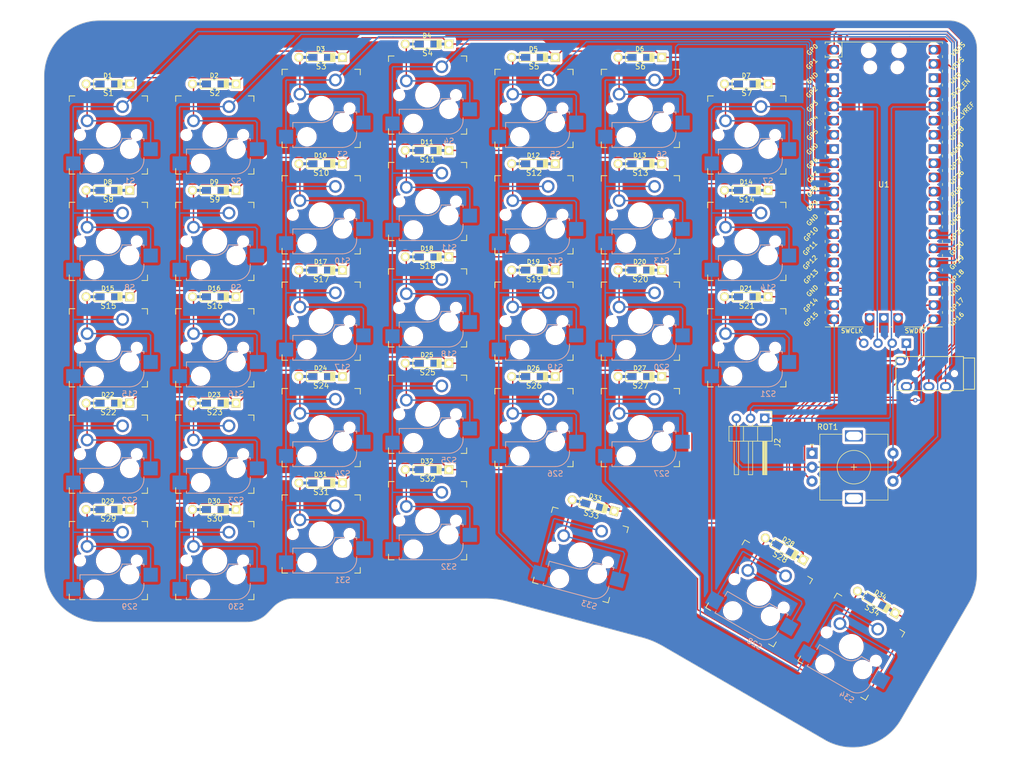
<source format=kicad_pcb>
(kicad_pcb (version 20221018) (generator pcbnew)
  (layers (0 "F.Cu" signal) (31 "B.Cu" signal) (34 "B.Paste" user) (35 "F.Paste" user) (36 "B.SilkS" user "B.Silkscreen") (37 "F.SilkS" user "F.Silkscreen") (38 "B.Mask" user) (39 "F.Mask" user) (44 "Edge.Cuts" user))
  (net 0 "")
  (net 1 "row0")
  (net 2 "Net-(D1-A)")
  (net 3 "Net-(D2-A)")
  (net 4 "Net-(D3-A)")
  (net 5 "Net-(D4-A)")
  (net 6 "Net-(D5-A)")
  (net 7 "Net-(D6-A)")
  (net 8 "row1")
  (net 9 "Net-(D8-A)")
  (net 10 "Net-(D9-A)")
  (net 11 "Net-(D10-A)")
  (net 12 "Net-(D11-A)")
  (net 13 "Net-(D12-A)")
  (net 14 "Net-(D13-A)")
  (net 15 "Net-(D14-A)")
  (net 16 "row2")
  (net 17 "Net-(D15-A)")
  (net 18 "row3")
  (net 19 "Net-(D16-A)")
  (net 20 "Net-(D17-A)")
  (net 21 "Net-(D18-A)")
  (net 22 "Net-(D19-A)")
  (net 23 "Net-(D20-A)")
  (net 24 "Net-(D21-A)")
  (net 25 "Net-(D22-A)")
  (net 26 "Net-(D23-A)")
  (net 27 "Net-(D24-A)")
  (net 28 "Net-(D25-A)")
  (net 29 "Net-(D26-A)")
  (net 30 "Net-(D27-A)")
  (net 31 "Net-(D28-A)")
  (net 32 "row4")
  (net 33 "Net-(D29-A)")
  (net 34 "Net-(D31-A)")
  (net 35 "Net-(D33-A)")
  (net 36 "col0")
  (net 37 "col1")
  (net 38 "col2")
  (net 39 "col3")
  (net 40 "col4")
  (net 41 "col5")
  (net 42 "col6")
  (net 43 "Net-(D30-A)")
  (net 44 "Net-(D32-A)")
  (net 45 "Net-(D34-A)")
  (net 46 "Net-(D7-A)")
  (net 47 "GND")
  (net 48 "VCC")
  (net 49 "SCL")
  (net 50 "SDA")
  (net 51 "TX0")
  (net 52 "RX0")
  (net 55 "VSYS")
  (net 60 "LED1")
  (net 74 "ROT1")
  (net 75 "ROT2")
  (net 76 "B1")
  (footprint "keyswitches:Kailh_socket_MX_optional" (layer "F.Cu") (at 82.15 94.05625)
    (fp_text reference "S24")
    (fp_text value "Keyswitch" hide)
  )
  (footprint "keyswitches:Kailh_socket_MX_optional" (layer "F.Cu") (at 120.25 75.00625)
    (fp_text reference "S19")
    (fp_text value "Keyswitch" hide)
  )
  (footprint "keyswitches:Kailh_socket_MX_optional" (layer "F.Cu") (at 44.05 98.81875)
    (fp_text reference "S22")
    (fp_text value "Keyswitch" hide)
  )
  (footprint "MCU_RaspberryPi_and_Boards:RPi_Pico_SMD_TH" (layer "F.Cu") (at 182.885 50.53375)
    (fp_text reference "U1")
    (fp_text value "Pico")
  )
  (footprint "keyswitches:Kailh_socket_MX_optional" (layer "F.Cu") (at 63.1 79.76875)
    (fp_text reference "S16")
    (fp_text value "Keyswitch" hide)
  )
  (footprint "keyswitches:Kailh_socket_MX_optional" (layer "F.Cu") (at 63.1 98.81875)
    (fp_text reference "S23")
    (fp_text value "Keyswitch" hide)
  )
  (footprint "keyswitches:Kailh_socket_MX_optional" (layer "F.Cu") (at 139.3 36.90625)
    (fp_text reference "S6")
    (fp_text value "Keyswitch" hide)
  )
  (footprint "keyswitches:Kailh_socket_MX_optional" (layer "F.Cu") (at 120.25 94.05625)
    (fp_text reference "S26")
    (fp_text value "Keyswitch" hide)
  )
  (footprint "keyswitches:Kailh_socket_MX_optional" (layer "F.Cu") (at 82.15 36.90625)
    (fp_text reference "S3")
    (fp_text value "Keyswitch" hide)
  )
  (footprint "keyswitches:Kailh_socket_MX_optional" (layer "F.Cu") (at 128.581631 116.851151 -15)
    (fp_text reference "S33")
    (fp_text value "Keyswitch" hide)
  )
  (footprint "keyswitches:Kailh_socket_MX_optional" (layer "F.Cu") (at 158.35 79.76875)
    (fp_text reference "S21")
    (fp_text value "Keyswitch" hide)
  )
  (footprint "keyswitches:Kailh_socket_MX_optional" (layer "F.Cu") (at 63.1 117.86875)
    (fp_text reference "S30")
    (fp_text value "Keyswitch" hide)
  )
  (footprint "keyswitches:Kailh_socket_MX_optional" (layer "F.Cu") (at 44.05 79.76875)
    (fp_text reference "S15")
    (fp_text value "Keyswitch" hide)
  )
  (footprint "keyswitches:Kailh_socket_MX_optional" (layer "F.Cu") (at 120.25 55.95625)
    (fp_text reference "S12")
    (fp_text value "Keyswitch" hide)
  )
  (footprint "keyswitches:Kailh_socket_MX_optional" (layer "F.Cu") (at 139.3 75.00625)
    (fp_text reference "S20")
    (fp_text value "Keyswitch" hide)
  )
  (footprint "keyswitches:Kailh_socket_MX_optional" (layer "F.Cu") (at 101.2 34.525)
    (fp_text reference "S4")
    (fp_text value "Keyswitch" hide)
  )
  (footprint "keyswitches:Kailh_socket_MX_optional" (layer "F.Cu") (at 44.05 60.71875)
    (fp_text reference "S8")
    (fp_text value "Keyswitch" hide)
  )
  (footprint "keyswitches:Kailh_socket_MX_optional" (layer "F.Cu") (at 44.05 41.66875)
    (fp_text reference "S1")
    (fp_text value "Keyswitch" hide)
  )
  (footprint "ScottoKeebs_Components:OLED_128x32" (layer "F.Cu") (at 177.12 80.54875 90)
    (fp_text reference "J1" hide)
    (fp_text value "OLED_128x32")
  )
  (footprint "keyswitches:Kailh_socket_MX_optional" (layer "F.Cu") (at 82.15 55.95625)
    (fp_text reference "S10")
    (fp_text value "Keyswitch" hide)
  )
  (footprint "keyswitches:Kailh_socket_MX_optional" (layer "F.Cu") (at 82.15 75.00625)
    (fp_text reference "S17")
    (fp_text value "Keyswitch" hide)
  )
  (footprint "Connector_PinHeader_2.54mm:PinHeader_1x03_P2.54mm_Horizontal" (layer "F.Cu") (at 161.565 92.39375 -90)
    (fp_text reference "J2")
    (fp_text value "Conn_01x03")
  )
  (footprint "keyswitches:Kailh_socket_MX_optional" (layer "F.Cu") (at 160.560284 123.736392 -30)
    (fp_text reference "S28")
    (fp_text value "Keyswitch" hide)
  )
  (footprint "keyswitches:Kailh_socket_MX_optional" (layer "F.Cu") (at 158.35 60.71875)
    (fp_text reference "S14")
    (fp_text value "Keyswitch" hide)
  )
  (footprint "keyswitches:Kailh_socket_MX_optional" (layer "F.Cu") (at 139.3 55.95625)
    (fp_text reference "S13")
    (fp_text value "Keyswitch" hide)
  )
  (footprint "keyswitches:Kailh_socket_MX_optional" (layer "F.Cu") (at 44.05 117.86875)
    (fp_text reference "S29")
    (fp_text value "Keyswitch" hide)
  )
  (footprint "keyswitches:Kailh_socket_MX_optional" (layer "F.Cu") (at 63.1 41.66875)
    (fp_text reference "S2")
    (fp_text value "Keyswitch" hide)
  )
  (footprint "keyswitches:Kailh_socket_MX_optional" (layer "F.Cu") (at 63.1 60.71875)
    (fp_text reference "S9")
    (fp_text value "Keyswitch" hide)
  )
  (footprint "keyswitches:Kailh_socket_MX_optional" (layer "F.Cu") (at 101.2 91.675)
    (fp_text reference "S25")
    (fp_text value "Keyswitch" hide)
  )
  (footprint "keyswitches:Kailh_socket_MX_optional" (layer "F.Cu") (at 101.2 53.575)
    (fp_text reference "S11")
    (fp_text value "Keyswitch" hide)
  )
  (footprint "keyswitches:Kailh_socket_MX_optional" (layer "F.Cu") (at 139.3 94.05625)
    (fp_text reference "S27")
    (fp_text value "Keyswitch" hide)
  )
  (footprint "keyswitches:Kailh_socket_MX_optional" (layer "F.Cu") (at 158.35 41.66875)
    (fp_text reference "S7")
    (fp_text value "Keyswitch" hide)
  )
  (footprint "keyswitches:Kailh_socket_MX_optional" (layer "F.Cu") (at 101.2 72.625)
    (fp_text reference "S18")
    (fp_text value "Keyswitch" hide)
  )
  (footprint "keyswitches:Kailh_socket_MX_optional" (layer "F.Cu") (at 177.058068 133.261392 -30)
    (fp_text reference "S34")
    (fp_text value "Keyswitch" hide)
  )
  (footprint "Rotary_Encoder:RotaryEncoder_Alps_EC11E-Switch_Vertical_H20mm" (layer "F.Cu") (at 170.025 98.64375)
    (fp_text reference "ROT1")
    (fp_text value "RotaryEncoder_Switch")
  )
  (footprint "keyswitches:Kailh_socket_MX_optional" (layer "F.Cu") (at 101.2 110.725)
    (fp_text reference "S32")
    (fp_text value "Keyswitch" hide)
  )
  (footprint "keyswitches:Kailh_socket_MX_optional" (layer "F.Cu") (at 82.15 113.10625)
    (fp_text reference "S31")
    (fp_text value "Keyswitch" hide)
  )
  (footprint "ScottoKeebs_Components:TRRS_PJ-320A" (layer "F.Cu") (at 197.1375 84.39375 -90)
    (fp_text reference "U3")
    (fp_text value "TRRS")
  )
  (footprint "keyswitches:Kailh_socket_MX_optional" (layer "F.Cu") (at 120.25 36.90625)
    (fp_text reference "S5")
    (fp_text value "Keyswitch" hide)
  )
  (footprint "Keebio-Parts:Diode-dual" (layer "B.Cu") (at 47.86 51.57875 180)
    (fp_text reference "D8")
    (fp_text value "Diode" hide)
  )
  (footprint "Keebio-Parts:Diode-dual" (layer "B.Cu") (at 143.11 84.91625 180)
    (fp_text reference "D27")
    (fp_text value "Diode" hide)
  )
  (footprint "Keebio-Parts:Diode-dual" (layer "B.Cu") (at 85.96 27.76625 180)
    (fp_text reference "D3")
    (fp_text value "Diode" hide)
  )
  (footprint "Keebio-Parts:Diode-dual" (layer "B.Cu") (at 85.96 84.91625 180)
    (fp_text reference "D24")
    (fp_text value "Diode" hide)
  )
  (footprint "Keebio-Parts:Diode-dual" (layer "B.Cu") (at 47.86 108.72875 180)
    (fp_text reference "D29")
    (fp_text value "Diode" hide)
  )
  (footprint "Keebio-Parts:Diode-dual" (layer "B.Cu") (at 162.16 51.57875 180)
    (fp_text reference "D14")
    (fp_text value "Diode" hide)
  )
  (footprint "Keebio-Parts:Diode-dual" (layer "B.Cu") (at 124.06 27.76625 180)
    (fp_text reference "D5")
    (fp_text value "Diode" hide)
  )
  (footprint "Keebio-Parts:Diode-dual" (layer "B.Cu") (at 66.91 89.67875 180)
    (fp_text reference "D23")
    (fp_text value "Diode" hide)
  )
  (footprint "Keebio-Parts:Diode-dual" (layer "B.Cu") (at 134.627414 109.00869 165)
    (fp_text reference "D33")
    (fp_text value "Diode" hide)
  )
  (footprint "Keebio-Parts:Diode-dual" (layer "B.Cu") (at 66.91 32.52875 180)
    (fp_text reference "D2")
    (fp_text value "Diode" hide)
  )
  (footprint "Keebio-Parts:Diode-dual" (layer "B.Cu") (at 47.86 89.67875 180)
    (fp_text reference "D22")
    (fp_text value "Diode" hide)
  )
  (footprint "Keebio-Parts:Diode-dual" (layer "B.Cu") (at 47.86 70.62875 180)
    (fp_text reference "D15")
    (fp_text value "Diode" hide)
  )
  (footprint "Keebio-Parts:Diode-dual" (layer "B.Cu") (at 85.96 103.96625 180)
    (fp_text reference "D31")
    (fp_text value "Diode" hide)
  )
  (footprint "Keebio-Parts:Diode-dual" (layer "B.Cu") (at 184.927624 127.25092 150)
    (fp_text reference "D34")
    (fp_text value "Diode" hide)
  )
  (footprint "Keebio-Parts:Diode-dual" (layer "B.Cu") (at 66.91 108.72875 180)
    (fp_text reference "D30")
    (fp_text value "Diode" hide)
  )
  (footprint "Keebio-Parts:Diode-dual" (layer "B.Cu") (at 162.16 32.52875 180)
    (fp_text reference "D7")
    (fp_text value "Diode" hide)
  )
  (footprint "Keebio-Parts:Diode-dual" (layer "B.Cu") (at 66.91 51.57875 180)
    (fp_text reference "D9")
    (fp_text value "Diode" hide)
  )
  (footprint "Keebio-Parts:Diode-dual" (layer "B.Cu") (at 143.11 46.81625 180)
    (fp_text reference "D13")
    (fp_text value "Diode" hide)
  )
  (footprint "Keebio-Parts:Diode-dual" (layer "B.Cu") (at 105.01 25.385 180)
    (fp_text reference "D4")
    (fp_text value "Diode" hide)
  )
  (footprint "Keebio-Parts:Diode-dual" (layer "B.Cu") (at 143.11 27.76625 180)
    (fp_text reference "D6")
    (fp_text value "Diode" hide)
  )
  (footprint "Keebio-Parts:Diode-dual" (layer "B.Cu") (at 66.91 70.62875 180)
    (fp_text reference "D16")
    (fp_text value "Diode" hide)
  )
  (footprint "Keebio-Parts:Diode-dual" (layer "B.Cu") (at 47.86 32.52875 180)
    (fp_text reference "D1")
    (fp_text value "Diode" hide)
  )
  (footprint "Keebio-Parts:Diode-dual" (layer "B.Cu") (at 162.16 70.62875 180)
    (fp_text reference "D21")
    (fp_text value "Diode" hide)
  )
  (footprint "Keebio-Parts:Diode-dual" (layer "B.Cu") (at 124.06 84.91625 180)
    (fp_text reference "D26")
    (fp_text value "Diode" hide)
  )
  (footprint "Keebio-Parts:Diode-dual" (layer "B.Cu") (at 105.01 44.435 180)
    (fp_text reference "D11")
    (fp_text value "Diode" hide)
  )
  (footprint "Keebio-Parts:Diode-dual" (layer "B.Cu") (at 85.96 65.86625 180)
    (fp_text reference "D17")
    (fp_text value "Diode" hide)
  )
  (footprint "Keebio-Parts:Diode-dual" (layer "B.Cu") (at 85.96 46.81625 180)
    (fp_text reference "D10")
    (fp_text value "Diode" hide)
  )
  (footprint "Keebio-Parts:Diode-dual" (layer "B.Cu") (at 124.06 65.86625 180)
    (fp_text reference "D19")
    (fp_text value "Diode" hide)
  )
  (footprint "Keebio-Parts:Diode-dual" (layer "B.Cu") (at 143.11 65.86625 180)
    (fp_text reference "D20")
    (fp_text value "Diode" hide)
  )
  (footprint "Keebio-Parts:Diode-dual" (layer "B.Cu") (at 124.06 46.81625 180)
    (fp_text reference "D12")
    (fp_text value "Diode" hide)
  )
  (footprint "Keebio-Parts:Diode-dual" (layer "B.Cu") (at 105.01 101.585 180)
    (fp_text reference "D32")
    (fp_text value "Diode" hide)
  )
  (footprint "Keebio-Parts:Diode-dual" (layer "B.Cu") (at 105.01 63.485 180)
    (fp_text reference "D18")
    (fp_text value "Diode" hide)
  )
  (footprint "Keebio-Parts:Diode-dual" (layer "B.Cu") (at 105.01 82.535 180)
    (fp_text reference "D25")
    (fp_text value "Diode" hide)
  )
  (footprint "Keebio-Parts:Diode-dual" (layer "B.Cu") (at 168.42984 117.72592 150)
    (fp_text reference "D28")
    (fp_text value "Diode" hide)
  )
  (gr_arc (start 42.55 128.86875) (mid 35.478932 125.939818) (end 32.55 118.86875) (stroke (width 0.1)) (layer "Edge.Cuts"))
  (gr_line (start 115.456909 125.179529) (end 139.634477 131.655664) (stroke (width 0.1)) (layer "Edge.Cuts"))
  (gr_arc (start 139.634477 131.655664) (mid 141.500001 132.289304) (end 143.266382 133.161986) (stroke (width 0.1)) (layer "Edge.Cuts"))
  (gr_line (start 194.55 21.16875) (end 42.55 21.16875) (stroke (width 0.1)) (layer "Edge.Cuts"))
  (gr_line (start 32.55 118.86875) (end 32.55 31.16875) (stroke (width 0.1)) (layer "Edge.Cuts"))
  (gr_line (start 77.192858 124.66875) (end 111.575868 124.66875) (stroke (width 0.1)) (layer "Edge.Cuts"))
  (gr_arc (start 111.575868 124.66875) (mid 113.533123 124.796988) (end 115.456909 125.179529) (stroke (width 0.1)) (layer "Edge.Cuts"))
  (gr_arc (start 73.572168 126.220474) (mid 75.223261 125.073025) (end 77.192858 124.66875) (stroke (width 0.1)) (layer "Edge.Cuts"))
  (gr_line (start 68.907143 128.86875) (end 42.55 128.86875) (stroke (width 0.1)) (layer "Edge.Cuts"))
  (gr_arc (start 194.55 21.16875) (mid 198.085534 22.633216) (end 199.55 26.16875) (stroke (width 0.1)) (layer "Edge.Cuts"))
  (gr_arc (start 72.527833 127.317026) (mid 70.876739 128.464479) (end 68.907143 128.86875) (stroke (width 0.1)) (layer "Edge.Cuts"))
  (gr_arc (start 185.965611 146.339741) (mid 179.889264 150.978791) (end 172.311362 149.969741) (stroke (width 0.1)) (layer "Edge.Cuts"))
  (gr_arc (start 32.55 31.16875) (mid 35.478932 24.097682) (end 42.55 21.16875) (stroke (width 0.1)) (layer "Edge.Cuts"))
  (gr_line (start 72.527833 127.317026) (end 73.572168 126.220474) (stroke (width 0.1)) (layer "Edge.Cuts"))
  (gr_line (start 198.195618 125.298869) (end 185.965611 146.339741) (stroke (width 0.1)) (layer "Edge.Cuts"))
  (gr_arc (start 199.55 120.273604) (mid 199.205468 122.875893) (end 198.195618 125.298869) (stroke (width 0.1)) (layer "Edge.Cuts"))
  (gr_line (start 143.266382 133.161986) (end 172.311362 149.969741) (stroke (width 0.1)) (layer "Edge.Cuts"))
  (gr_line (start 199.55 120.273604) (end 199.55 26.16875) (stroke (width 0.1)) (layer "Edge.Cuts"))
  (segment (start 171.305 59.42375) (end 173.995 59.42375) (width 0.25) (layer "F.Cu") (net 1))
  (segment (start 105.01 25.385) (end 121.67875 25.385) (width 0.25) (layer "F.Cu") (net 1))
  (segment (start 103.885 24.26) (end 105.01 25.385) (width 0.25) (layer "F.Cu") (net 1))
  (segment (start 124.06 27.76625) (end 125.185 26.64125) (width 0.25) (layer "F.Cu") (net 1))
  (segment (start 47.86 32.52875) (end 48.985 31.40375) (width 0.25) (layer "F.Cu") (net 1))
  (segment (start 170.525 58.64375) (end 171.305 59.42375) (width 0.25) (layer "F.Cu") (net 1))
  (segment (start 121.67875 25.385) (end 124.06 27.76625) (width 0.25) (layer "F.Cu") (net 1))
  (segment (start 157.3975 27.76625) (end 162.16 32.52875) (width 0.25) (layer "F.Cu") (net 1))
  (segment (start 65.785 31.40375) (end 66.91 32.52875) (width 0.25) (layer "F.Cu") (net 1))
  (segment (start 170.525 33.14375) (end 170.525 58.64375) (width 0.25) (layer "F.Cu") (net 1))
  (segment (start 89.46625 24.26) (end 103.885 24.26) (width 0.25) (layer "F.Cu") (net 1))
  (segment (start 125.185 26.64125) (end 141.985 26.64125) (width 0.25) (layer "F.Cu") (net 1))
  (segment (start 143.11 27.76625) (end 157.3975 27.76625) (width 0.25) (layer "F.Cu") (net 1))
  (segment (start 162.16 32.52875) (end 169.91 32.52875) (width 0.25) (layer "F.Cu") (net 1))
  (segment (start 84.835 26.64125) (end 85.96 27.76625) (width 0.25) (layer "F.Cu") (net 1))
  (segment (start 85.96 27.76625) (end 89.46625 24.26) (width 0.25) (layer "F.Cu") (net 1))
  (segment (start 72.7975 26.64125) (end 84.835 26.64125) (width 0.25) (layer "F.Cu") (net 1))
  (segment (start 141.985 26.64125) (end 143.11 27.76625) (width 0.25) (layer "F.Cu") (net 1))
  (segment (start 48.985 31.40375) (end 65.785 31.40375) (width 0.25) (layer "F.Cu") (net 1))
  (segment (start 169.91 32.52875) (end 170.525 33.14375) (width 0.25) (layer "F.Cu") (net 1))
  (segment (start 66.91 32.52875) (end 72.7975 26.64125) (width 0.25) (layer "F.Cu") (net 1))
  (segment (start 40.24 32.52875) (end 40.24 39.12875) (width 0.25) (layer "F.Cu") (net 2))
  (segment (start 51.61 44.20875) (end 51.61 39.44875) (width 0.25) (layer "B.Cu") (net 2))
  (segment (start 51.29 39.12875) (end 40.24 39.12875) (width 0.25) (layer "B.Cu") (net 2))
  (segment (start 51.61 39.44875) (end 51.29 39.12875) (width 0.25) (layer "B.Cu") (net 2))
  (segment (start 59.29 32.52875) (end 59.29 39.12875) (width 0.25) (layer "F.Cu") (net 3))
  (segment (start 70.66 39.44875) (end 70.34 39.12875) (width 0.25) (layer "B.Cu") (net 3))
  (segment (start 70.66 44.20875) (end 70.66 39.44875) (width 0.25) (layer "B.Cu") (net 3))
  (segment (start 70.34 39.12875) (end 59.29 39.12875) (width 0.25) (layer "B.Cu") (net 3))
  (segment (start 78.34 27.76625) (end 78.34 34.36625) (width 0.25) (layer "F.Cu") (net 4))
  (segment (start 89.71 34.68625) (end 89.39 34.36625) (width 0.25) (layer "B.Cu") (net 4))
  (segment (start 89.71 39.44625) (end 89.71 34.68625) (width 0.25) (layer "B.Cu") (net 4))
  (segment (start 89.39 34.36625) (end 78.34 34.36625) (width 0.25) (layer "B.Cu") (net 4))
  (segment (start 97.39 25.385) (end 97.39 31.985) (width 0.25) (layer "F.Cu") (net 5))
  (segment (start 108.76 32.305) (end 108.44 31.985) (width 0.25) (layer "B.Cu") (net 5))
  (segment (start 108.44 31.985) (end 97.39 31.985) (width 0.25) (layer "B.Cu") (net 5))
  (segment (start 108.76 37.065) (end 108.76 32.305) (width 0.25) (layer "B.Cu") (net 5))
  (segment (start 116.44 27.76625) (end 116.44 34.36625) (width 0.25) (layer "F.Cu") (net 6))
  (segment (start 127.81 34.68625) (end 127.49 34.36625) (width 0.25) (layer "B.Cu") (net 6))
  (segment (start 127.81 39.44625) (end 127.81 34.68625) (width 0.25) (layer "B.Cu") (net 6))
  (segment (start 127.49 34.36625) (end 116.44 34.36625) (width 0.25) (layer "B.Cu") (net 6))
  (segment (start 135.49 27.76625) (end 135.49 34.36625) (width 0.25) (layer "F.Cu") (net 7))
  (segment (start 146.86 34.68625) (end 146.54 34.36625) (width 0.25) (layer "B.Cu") (net 7))
  (segment (start 146.54 34.36625) (end 135.49 34.36625) (width 0.25) (layer "B.Cu") (net 7))
  (segment (start 146.86 39.44625) (end 146.86 34.68625) (width 0.25) (layer "B.Cu") (net 7))
  (segment (start 170.075 51.64375) (end 170.075 59.65375) (width 0.25) (layer "F.Cu") (net 8))
  (segment (start 162.16 51.57875) (end 170.01 51.57875) (width 0.25) (layer "F.Cu") (net 8))
  (segment (start 72.7975 45.69125) (end 84.835 45.69125) (width 0.25) (layer "F.Cu") (net 8))
  (segment (start 170.01 51.57875) (end 170.075 51.64375) (width 0.25) (layer "F.Cu") (net 8))
  (segment (start 121.67875 44.435) (end 124.06 46.81625) (width 0.25) (layer "F.Cu") (net 8))
  (segment (start 84.835 45.69125) (end 85.96 46.81625) (width 0.25) (layer "F.Cu") (net 8))
  (segment (start 48.985 50.45375) (end 65.785 50.45375) (width 0.25) (layer "F.Cu") (net 8))
  (segment (start 105.01 44.435) (end 121.67875 44.435) (width 0.25) (layer "F.Cu") (net 8))
  (segment (start 85.96 46.81625) (end 89.46625 43.31) (width 0.25) (layer "F.Cu") (net 8))
  (segment (start 143.11 46.81625) (end 146.6875 50.39375) (width 0.25) (layer "F.Cu") (net 8))
  (segment (start 125.185 45.69125) (end 141.985 45.69125) (width 0.25) (layer "F.Cu") (net 8))
  (segment (start 66.91 51.57875) (end 72.7975 45.69125) (width 0.25) (layer "F.Cu") (net 8))
  (segment (start 103.885 43.31) (end 105.01 44.435) (width 0.25) (layer "F.Cu") (net 8))
  (segment (start 160.975 50.39375) (end 162.16 51.57875) (width 0.25) (layer "F.Cu") (net 8))
  (segment (start 47.86 51.57875) (end 48.985 50.45375) (width 0.25) (layer "F.Cu") (net 8))
  (segment (start 65.785 50.45375) (end 66.91 51.57875) (width 0.25) (layer "F.Cu") (net 8))
  (segment (start 141.985 45.69125) (end 143.11 46.81625) (width 0.25) (layer "F.Cu") (net 8))
  (segment (start 172.385 61.96375) (end 173.995 61.96375) (width 0.25) (layer "F.Cu") (net 8))
  (segment (start 124.06 46.81625) (end 125.185 45.69125) (width 0.25) (layer "F.Cu") (net 8))
  (segment (start 146.6875 50.39375) (end 160.975 50.39375) (width 0.25) (layer "F.Cu") (net 8))
  (segment (start 89.46625 43.31) (end 103.885 43.31) (width 0.25) (layer "F.Cu") (net 8))
  (segment (start 170.075 59.65375) (end 172.385 61.96375) (width 0.25) (layer "F.Cu") (net 8))
  (segment (start 40.24 51.57875) (end 40.24 58.17875) (width 0.25) (layer "F.Cu") (net 9))
  (segment (start 51.61 63.25875) (end 51.61 58.49875) (width 0.25) (layer "B.Cu") (net 9))
  (segment (start 51.29 58.17875) (end 40.24 58.17875) (width 0.25) (layer "B.Cu") (net 9))
  (segment (start 51.61 58.49875) (end 51.29 58.17875) (width 0.25) (layer "B.Cu") (net 9))
  (segment (start 59.29 51.57875) (end 59.29 58.17875) (width 0.25) (layer "F.Cu") (net 10))
  (segment (start 70.34 58.17875) (end 59.29 58.17875) (width 0.25) (layer "B.Cu") (net 10))
  (segment (start 70.66 58.49875) (end 70.34 58.17875) (width 0.25) (layer "B.Cu") (net 10))
  (segment (start 70.66 63.25875) (end 70.66 58.49875) (width 0.25) (layer "B.Cu") (net 10))
  (segment (start 78.34 46.81625) (end 78.34 53.41625) (width 0.25) (layer "F.Cu") (net 11))
  (segment (start 89.71 58.49625) (end 89.71 53.73625) (width 0.25) (layer "B.Cu") (net 11))
  (segment (start 89.71 53.73625) (end 89.39 53.41625) (width 0.25) (layer "B.Cu") (net 11))
  (segment (start 89.39 53.41625) (end 78.34 53.41625) (width 0.25) (layer "B.Cu") (net 11))
  (segment (start 97.39 44.435) (end 97.39 51.035) (width 0.25) (layer "F.Cu") (net 12))
  (segment (start 108.76 51.355) (end 108.44 51.035) (width 0.25) (layer "B.Cu") (net 12))
  (segment (start 108.44 51.035) (end 97.39 51.035) (width 0.25) (layer "B.Cu") (net 12))
  (segment (start 108.76 56.115) (end 108.76 51.355) (width 0.25) (layer "B.Cu") (net 12))
  (segment (start 116.44 46.81625) (end 116.44 53.41625) (width 0.25) (layer "F.Cu") (net 13))
  (segment (start 127.49 53.41625) (end 116.44 53.41625) (width 0.25) (layer "B.Cu") (net 13))
  (segment (start 127.81 53.73625) (end 127.49 53.41625) (width 0.25) (layer "B.Cu") (net 13))
  (segment (start 127.81 58.49625) (end 127.81 53.73625) (width 0.25) (layer "B.Cu") (net 13))
  (segment (start 135.49 46.81625) (end 135.49 53.41625) (width 0.25) (layer "F.Cu") (net 14))
  (segment (start 146.54 53.41625) (end 135.49 53.41625) (width 0.25) (layer "B.Cu") (net 14))
  (segment (start 146.86 53.73625) (end 146.54 53.41625) (width 0.25) (layer "B.Cu") (net 14))
  (segment (start 146.86 58.49625) (end 146.86 53.73625) (width 0.25) (layer "B.Cu") (net 14))
  (segment (start 154.54 51.57875) (end 154.54 58.17875) (width 0.25) (layer "F.Cu") (net 15))
  (segment (start 165.525 58.14375) (end 165.49 58.17875) (width 0.25) (layer "B.Cu") (net 15))
  (segment (start 165.91 63.25875) (end 165.91 58.52875) (width 0.25) (layer "B.Cu") (net 15))
  (segment (start 165.91 58.52875) (end 165.525 58.14375) (width 0.25) (layer "B.Cu") (net 15))
  (segment (start 165.49 58.17875) (end 154.54 58.17875) (width 0.25) (layer "B.Cu") (net 15))
  (segment (start 124.06 65.86625) (end 125.185 64.74125) (width 0.25) (layer "F.Cu") (net 16))
  (segment (start 121.67875 63.485) (end 124.06 65.86625) (width 0.25) (layer "F.Cu") (net 16))
  (segment (start 72.7975 64.74125) (end 84.835 64.74125) (width 0.25) (layer "F.Cu") (net 16))
  (segment (start 85.96 65.86625) (end 89.46625 62.36) (width 0.25) (layer "F.Cu") (net 16))
  (segment (start 89.46625 62.36) (end 103.885 62.36) (width 0.25) (layer "F.Cu") (net 16))
  (segment (start 169.775 67.11375) (end 172.385 64.50375) (width 0.25) (layer "F.Cu") (net 16))
  (segment (start 84.835 64.74125) (end 85.96 65.86625) (width 0.25) (layer "F.Cu") (net 16))
  (segment (start 169.775 70.14375) (end 169.775 67.11375) (width 0.25) (layer "F.Cu") (net 16))
  (segment (start 47.86 70.62875) (end 48.985 69.50375) (width 0.25) (layer "F.Cu") (net 16))
  (segment (start 66.91 70.62875) (end 72.7975 64.74125) (width 0.25) (layer "F.Cu") (net 16))
  (segment (start 141.985 64.74125) (end 143.11 65.86625) (width 0.25) (layer "F.Cu") (net 16))
  (segment (start 160.925 69.39375) (end 162.16 70.62875) (width 0.25) (layer "F.Cu") (net 16))
  (segment (start 169.29 70.62875) (end 169.775 70.14375) (width 0.25) (layer "F.Cu") (net 16))
  (segment (start 143.11 65.86625) (end 146.6375 69.39375) (width 0.25) (layer "F.Cu") (net 16))
  (segment (start 105.01 63.485) (end 121.67875 63.485) (width 0.25) (layer "F.Cu") (net 16))
  (segment (start 125.185 64.74125) (end 141.985 64.74125) (width 0.25) (layer "F.Cu") (net 16))
  (segment (start 65.785 69.50375) (end 66.91 70.62875) (width 0.25) (layer "F.Cu") (net 16))
  (segment (start 162.16 70.62875) (end 169.29 70.62875) (width 0.25) (layer "F.Cu") (net 16))
  (segment (start 172.385 64.50375) (end 173.995 64.50375) (width 0.25) (layer "F.Cu") (net 16))
  (segment (start 48.985 69.50375) (end 65.785 69.50375) (width 0.25) (layer "F.Cu") (net 16))
  (segment (start 146.6375 69.39375) (end 160.925 69.39375) (width 0.25) (layer "F.Cu") (net 16))
  (segment (start 103.885 62.36) (end 105.01 63.485) (width 0.25) (layer "F.Cu") (net 16))
  (segment (start 40.24 70.62875) (end 40.24 77.22875) (width 0.25) (layer "F.Cu") (net 17))
  (segment (start 51.29 77.22875) (end 40.24 77.22875) (width 0.25) (layer "B.Cu") (net 17))
  (segment (start 51.61 77.54875) (end 51.29 77.22875) (width 0.25) (layer "B.Cu") (net 17))
  (segment (start 51.61 82.30875) (end 51.61 77.54875) (width 0.25) (layer "B.Cu") (net 17))
  (segment (start 66.91 89.77875) (end 67.025 89.89375) (width 0.25) (layer "F.Cu") (net 18))
  (segment (start 146.5475 84.91625) (end 148.4 86.76875) (width 0.25) (layer "F.Cu") (net 18))
  (segment (start 170.225 67.300146) (end 170.225 87.94375) (width 0.25) (layer "F.Cu") (net 18))
  (segment (start 66.91 89.67875) (end 66.91 89.77875) (width 0.25) (layer "F.Cu") (net 18))
  (segment (start 173.995 67.04375) (end 170.481396 67.04375) (width 0.25) (layer "F.Cu") (net 18))
  (segment (start 65.785 88.55375) (end 66.91 89.67875) (width 0.25) (layer "F.Cu") (net 18))
  (segment (start 84.835 83.79125) (end 85.96 84.91625) (width 0.25) (layer "F.Cu") (net 18))
  (segment (start 170.481396 67.04375) (end 170.225 67.300146) (width 0.25) (layer "F.Cu") (net 18))
  (segment (start 165.525 92.64375) (end 165.525 112.780146) (width 0.25) (layer "F.Cu") (net 18))
  (segment (start 48.985 88.55375) (end 65.785 88.55375) (width 0.25) (layer "F.Cu") (net 18))
  (segment (start 168.42984 116.54859) (end 168.42984 117.72592) (width 0.25) (layer "F.Cu") (net 18))
  (segment (start 121.67875 82.535) (end 124.06 84.91625) (width 0.25) (layer "F.Cu") (net 18))
  (segment (start 148.525 86.89375) (end 148.4 86.76875) (width 0.25) (layer "F.Cu") (net 18))
  (segment (start 163.025 111.14375) (end 168.42984 116.54859) (width 0.25) (layer "F.Cu") (net 18))
  (segment (start 143.11 84.91625) (end 146.5475 84.91625) (width 0.25) (layer "F.Cu") (net 18))
  (segment (start 165.525 112.780146) (end 168.42984 115.684986) (width 0.25) (layer "F.Cu") (net 18))
  (segment (start 170.225 87.94375) (end 165.525 92.64375) (width 0.25) (layer "F.Cu") (net 18))
  (segment (start 141.985 83.79125) (end 143.11 84.91625) (width 0.25) (layer "F.Cu") (net 18))
  (segment (start 73.1275 83.79125) (end 84.835 83.79125) (width 0.25) (layer "F.Cu") (net 18))
  (segment (start 89.46625 81.41) (end 103.885 81.41) (width 0.25) (layer "F.Cu") (net 18))
  (segment (start 105.01 82.535) (end 121.67875 82.535) (width 0.25) (layer "F.Cu") (net 18))
  (segment (start 103.885 81.41) (end 105.01 82.535) (width 0.25) (layer "F.Cu") (net 18))
  (segment (start 148.525 111.14375) (end 148.525 86.89375) (width 0.25) (layer "F.Cu") (net 18))
  (segment (start 125.185 83.79125) (end 141.985 83.79125) (width 0.25) (layer "F.Cu") (net 18))
  (segment (start 163.025 111.14375) (end 148.525 111.14375) (width 0.25) (layer "F.Cu") (net 18))
  (segment (start 47.86 89.67875) (end 48.985 88.55375) (width 0.25) (layer "F.Cu") (net 18))
  (segment (start 124.06 84.91625) (end 125.185 83.79125) (width 0.25) (layer "F.Cu") (net 18))
  (segment (start 67.025 89.89375) (end 73.1275 83.79125) (width 0.25) (layer "F.Cu") (net 18))
  (segment (start 168.42984 115.684986) (end 168.42984 117.72592) (width 0.25) (layer "F.Cu") (net 18))
  (segment (start 85.96 84.91625) (end 89.46625 81.41) (width 0.25) (layer "F.Cu") (net 18))
  (segment (start 59.29 70.62875) (end 59.29 77.22875) (width 0.25) (layer "F.Cu") (net 19))
  (segment (start 70.34 77.22875) (end 59.29 77.22875) (width 0.25) (layer "B.Cu") (net 19))
  (segment (start 70.66 82.30875) (end 70.66 77.54875) (width 0.25) (layer "B.Cu") (net 19))
  (segment (start 70.66 77.54875) (end 70.34 77.22875) (width 0.25) (layer "B.Cu") (net 19))
  (segment (start 78.34 65.86625) (end 78.34 72.46625) (width 0.25) (layer "F.Cu") (net 20))
  (segment (start 89.71 77.54625) (end 89.71 72.78625) (width 0.25) (layer "B.Cu") (net 20))
  (segment (start 89.71 72.78625) (end 89.39 72.46625) (width 0.25) (layer "B.Cu") (net 20))
  (segment (start 89.39 72.46625) (end 78.34 72.46625) (width 0.25) (layer "B.Cu") (net 20))
  (segment (start 97.39 63.485) (end 97.39 70.085) (width 0.25) (layer "F.Cu") (net 21))
  (segment (start 108.44 70.085) (end 97.39 70.085) (width 0.25) (layer "B.Cu") (net 21))
  (segment (start 108.76 75.165) (end 108.76 70.405) (width 0.25) (layer "B.Cu") (net 21))
  (segment (start 108.76 70.405) (end 108.44 70.085) (width 0.25) (layer "B.Cu") (net 21))
  (segment (start 116.44 65.86625) (end 116.44 72.46625) (width 0.25) (layer "F.Cu") (net 22))
  (segment (start 127.81 72.78625) (end 127.49 72.46625) (width 0.25) (layer "B.Cu") (net 22))
  (segment (start 127.81 77.54625) (end 127.81 72.78625) (width 0.25) (layer "B.Cu") (net 22))
  (segment (start 127.49 72.46625) (end 116.44 72.46625) (width 0.25) (layer "B.Cu") (net 22))
  (segment (start 135.49 65.86625) (end 135.49 72.46625) (width 0.25) (layer "F.Cu") (net 23))
  (segment (start 146.54 72.46625) (end 135.49 72.46625) (width 0.25) (layer "B.Cu") (net 23))
  (segment (start 146.86 77.54625) (end 146.86 72.78625) (width 0.25) (layer "B.Cu") (net 23))
  (segment (start 146.86 72.78625) (end 146.54 72.46625) (width 0.25) (layer "B.Cu") (net 23))
  (segment (start 154.54 70.62875) (end 154.54 77.22875) (width 0.25) (layer "F.Cu") (net 24))
  (segment (start 165.11 77.22875) (end 154.54 77.22875) (width 0.25) (layer "B.Cu") (net 24))
  (segment (start 165.91 82.30875) (end 165.91 78.02875) (width 0.25) (layer "B.Cu") (net 24))
  (segment (start 165.91 78.02875) (end 165.11 77.22875) (width 0.25) (layer "B.Cu") (net 24))
  (segment (start 40.24 89.67875) (end 40.24 96.27875) (width 0.25) (layer "F.Cu") (net 25))
  (segment (start 51.61 101.35875) (end 51.61 96.59875) (width 0.25) (layer "B.Cu") (net 25))
  (segment (start 51.61 96.59875) (end 51.29 96.27875) (width 0.25) (layer "B.Cu") (net 25))
  (segment (start 51.29 96.27875) (end 40.24 96.27875) (width 0.25) (layer "B.Cu") (net 25))
  (segment (start 59.29 89.67875) (end 59.29 96.27875) (width 0.25) (layer "F.Cu") (net 26))
  (segment (start 70.34 96.27875) (end 59.29 96.27875) (width 0.25) (layer "B.Cu") (net 26))
  (segment (start 70.66 101.35875) (end 70.66 96.59875) (width 0.25) (layer "B.Cu") (net 26))
  (segment (start 70.66 96.59875) (end 70.34 96.27875) (width 0.25) (layer "B.Cu") (net 26))
  (segment (start 78.34 84.91625) (end 78.34 91.51625) (width 0.25) (layer "F.Cu") (net 27))
  (segment (start 89.71 91.83625) (end 89.39 91.51625) (width 0.25) (layer "B.Cu") (net 27))
  (segment (start 89.71 96.59625) (end 89.71 91.83625) (width 0.25) (layer "B.Cu") (net 27))
  (segment (start 89.39 91.51625) (end 78.34 91.51625) (width 0.25) (layer "B.Cu") (net 27))
  (segment (start 97.39 82.535) (end 97.39 89.135) (width 0.25) (layer "F.Cu") (net 28))
  (segment (start 108.76 89.455) (end 108.44 89.135) (width 0.25) (layer "B.Cu") (net 28))
  (segment (start 108.44 89.135) (end 97.39 89.135) (width 0.25) (layer "B.Cu") (net 28))
  (segment (start 108.76 94.215) (end 108.76 89.455) (width 0.25) (layer "B.Cu") (net 28))
  (segment (start 116.44 84.91625) (end 116.44 91.51625) (width 0.25) (layer "F.Cu") (net 29))
  (segment (start 127.81 96.59625) (end 127.81 91.83625) (width 0.25) (layer "B.Cu") (net 29))
  (segment (start 127.81 91.83625) (end 127.49 91.51625) (width 0.25) (layer "B.Cu") (net 29))
  (segment (start 127.49 91.51625) (end 116.44 91.51625) (width 0.25) (layer "B.Cu") (net 29))
  (segment (start 135.49 84.91625) (end 135.49 91.51625) (width 0.25) (layer "F.Cu") (net 30))
  (segment (start 146.54 91.51625) (end 135.49 91.51625) (width 0.25) (layer "B.Cu") (net 30))
  (segment (start 146.86 96.59625) (end 146.86 91.83625) (width 0.25) (layer "B.Cu") (net 30))
  (segment (start 146.86 91.83625) (end 146.54 91.51625) (width 0.25) (layer "B.Cu") (net 30))
  (segment (start 161.830727 113.91592) (end 158.530727 119.631687) (width 0.25) (layer "F.Cu") (net 31))
  (segment (start 168.217436 125.593816) (end 168.100308 125.156687) (width 0.25) (layer "B.Cu") (net 31))
  (segment (start 168.100308 125.156687) (end 158.530727 119.631687) (width 0.25) (layer "B.Cu") (net 31))
  (segment (start 165.837436 129.716097) (end 168.217436 125.593816) (width 0.25) (layer "B.Cu") (net 31))
  (segment (start 89.46625 100.46) (end 103.885 100.46) (width 0.25) (layer "F.Cu") (net 32))
  (segment (start 149.525 121.14375) (end 137.38994 109.00869) (width 0.25) (layer "F.Cu") (net 32))
  (segment (start 84.835 102.84125) (end 85.96 103.96625) (width 0.25) (layer "F.Cu") (net 32))
  (segment (start 127.203724 101.585) (end 134.627414 109.00869) (width 0.25) (layer "F.Cu") (net 32))
  (segment (start 170.675 88.130146) (end 170.675 73.83375) (width 0.25) (layer "F.Cu") (net 32))
  (segment (start 85.96 103.96625) (end 89.46625 100.46) (width 0.25) (layer "F.Cu") (net 32))
  (segment (start 72.7975 102.84125) (end 84.835 102.84125) (width 0.25) (layer "F.Cu") (net 32))
  (segment (start 184.927624 127.25092) (end 172.820454 115.14375) (width 0.25) (layer "F.Cu") (net 32))
  (segment (start 165.975 92.830146) (end 170.675 88.130146) (width 0.25) (layer "F.Cu") (net 32))
  (segment (start 66.91 108.72875) (end 72.7975 102.84125) (width 0.25) (layer "F.Cu") (net 32))
  (segment (start 105.01 101.585) (end 127.203724 101.585) (width 0.25) (layer "F.Cu") (net 32))
  (segment (start 65.785 107.60375) (end 66.91 108.72875) (width 0.25) (layer "F.Cu") (net 32))
  (segment (start 103.885 100.46) (end 105.01 101.585) (width 0.25) (layer "F.Cu") (net 32))
  (segment (start 48.985 107.60375) (end 65.785 107.60375) (width 0.25) (layer "F.Cu") (net 32))
  (segment (start 47.86 108.72875) (end 48.985 107.60375) (width 0.25) (layer "F.Cu") (net 32))
  (segment (start 137.38994 109.00869) (end 134.627414 109.00869) (width 0.25) (layer "F.Cu") (net 32))
  (segment (start 187.525 128.64375) (end 179.025 143.64375) (width 0.25) (layer "F.Cu") (net 32))
  (segment (start 184.927624 127.25092) (end 187.525 128.64375) (width 0.25) (layer "F.Cu") (net 32))
  (segment (start 149.525 126.64375) (end 149.525 121.14375) (width 0.25) (layer "F.Cu") (net 32))
  (segment (start 165.975 112.59375) (end 165.975 92.830146) (width 0.25) (layer "F.Cu") (net 32))
  (segment (start 168.525 115.14375) (end 165.975 112.59375) (width 0.25) (layer "F.Cu") (net 32))
  (segment (start 172.820454 115.14375) (end 168.525 115.14375) (width 0.25) (layer "F.Cu") (net 32))
  (segment (start 170.675 73.83375) (end 172.385 72.12375) (width 0.25) (layer "F.Cu") (net 32))
  (segment (start 172.385 72.12375) (end 173.995 72.12375) (width 0.25) (layer "F.Cu") (net 32))
  (segment (start 179.025 143.64375) (end 149.525 126.64375) (width 0.25) (layer "F.Cu") (net 32))
  (segment (start 40.24 108.72875) (end 40.24 115.32875) (width 0.25) (layer "F.Cu") (net 33))
  (segment (start 51.29 115.32875) (end 40.24 115.32875) (width 0.25) (layer "B.Cu") (net 33))
  (segment (start 51.61 115.64875) (end 51.29 115.32875) (width 0.25) (layer "B.Cu") (net 33))
  (segment (start 51.61 120.40875) (end 51.61 115.64875) (width 0.25) (layer "B.Cu") (net 33))
  (segment (start 78.34 103.96625) (end 78.34 110.56625) (width 0.25) (layer "F.Cu") (net 34))
  (segment (start 89.39 110.56625) (end 78.34 110.56625) (width 0.25) (layer "B.Cu") (net 34))
  (segment (start 89.71 110.88625) (end 89.39 110.56625) (width 0.25) (layer "B.Cu") (net 34))
  (segment (start 89.71 115.64625) (end 89.71 110.88625) (width 0.25) (layer "B.Cu") (net 34))
  (segment (start 127.26706 107.036488) (end 125.558854 113.411599) (width 0.25) (layer "F.Cu") (net 35))
  (segment (start 136.458609 116.663468) (end 136.232334 116.271549) (width 0.25) (layer "B.Cu") (net 35))
  (segment (start 136.232334 116.271549) (end 125.558854 113.411599) (width 0.25) (layer "B.Cu") (net 35))
  (segment (start 135.22663 121.261275) (end 136.458609 116.663468) (width 0.25) (layer "B.Cu") (net 35))
  (segment (start 46.59 55.63875) (end 37.88 55.63875) (width 0.25) (layer "B.Cu") (net 36))
  (segment (start 37.88 55.63875) (end 37.74 55.77875) (width 0.25) (layer "B.Cu") (net 36))
  (segment (start 37.74 103.87875) (end 37.76 103.89875) (width 0.25) (layer "B.Cu") (net 36))
  (segment (start 37.76 122.94875) (end 37.7441 122.93285) (width 0.25) (layer "B.Cu") (net 36))
  (segment (start 192.135 64.14375) (end 191.775 64.50375) (width 0.25) (layer "B.Cu") (net 36))
  (segment (start 37.7441 122.93285) (end 37.7441 46.76465) (width 0.25) (layer "B.Cu") (net 36))
  (segment (start 37.88 74.68875) (end 37.74 74.82875) (width 0.25) (layer "B.Cu") (net 36))
  (segment (start 46.59 36.58875) (end 37.88 36.58875) (width 0.25) (layer "B.Cu") (net 36))
  (segment (start 46.59 112.78875) (end 37.88 112.78875) (width 0.25) (layer "B.Cu") (net 36))
  (segment (start 37.74 36.72875) (end 37.74 46.72875) (width 0.25) (layer "B.Cu") (net 36))
  (segment (start 37.74 93.87875) (end 37.74 103.87875) (width 0.25) (layer "B.Cu") (net 36))
  (segment (start 195.925 24.770958) (end 195.925 63.74375) (width 0.25) (layer "B.Cu") (net 36))
  (segment (start 37.7441 46.76465) (end 37.76 46.74875) (width 0.25) (layer "B.Cu") (net 36))
  (segment (start 37.74 55.77875) (end 37.74 65.77875) (width 0.25) (layer "B.Cu") (net 36))
  (segment (start 37.74 46.72875) (end 37.76 46.74875) (width 0.25) (layer "B.Cu") (net 36))
  (segment (start 194.297792 23.14375) (end 195.925 24.770958) (width 0.25) (layer "B.Cu") (net 36))
  (segment (start 37.88 36.58875) (end 37.74 36.72875) (width 0.25) (layer "B.Cu") (net 36))
  (segment (start 46.59 74.68875) (end 37.88 74.68875) (width 0.25) (layer "B.Cu") (net 36))
  (segment (start 37.74 84.82875) (end 37.76 84.84875) (width 0.25) (layer "B.Cu") (net 36))
  (segment (start 37.74 65.77875) (end 37.76 65.79875) (width 0.25) (layer "B.Cu") (net 36))
  (segment (start 37.88 112.78875) (end 37.74 112.92875) (width 0.25) (layer "B.Cu") (net 36))
  (segment (start 46.59 93.73875) (end 37.88 93.73875) (width 0.25) (layer "B.Cu") (net 36))
  (segment (start 37.74 122.92875) (end 37.76 122.94875) (width 0.25) (layer "B.Cu") (net 36))
  (segment (start 60.035 23.14375) (end 194.297792 23.14375) (width 0.25) (layer "B.Cu") (net 36))
  (segment (start 37.74 112.92875) (end 37.74 122.92875) (width 0.25) (layer "B.Cu") (net 36))
  (segment (start 37.88 93.73875) (end 37.74 93.87875) (width 0.25) (layer "B.Cu") (net 36))
  (segment (start 195.925 63.74375) (end 195.525 64.14375) (width 0.25) (layer "B.Cu") (net 36))
  (segment (start 46.59 36.58875) (end 60.035 23.14375) (width 0.25) (layer "B.Cu") (net 36))
  (segment (start 37.74 74.82875) (end 37.74 84.82875) (width 0.25) (layer "B.Cu") (net 36))
  (segment (start 195.525 64.14375) (end 192.135 64.14375) (width 0.25) (layer "B.Cu") (net 36))
  (segment (start 195.475 24.957354) (end 195.475 61.19375) (width 0.25) (layer "B.Cu") (net 37))
  (segment (start 56.79 112.92875) (end 56.79 122.92875) (width 0.25) (layer "B.Cu") (net 37))
  (segment (start 56.79 103.87875) (end 56.81 103.89875) (width 0.25) (layer "B.Cu") (net 37))
  (segment (start 78.585 23.64375) (end 194.161396 23.64375) (width 0.25) (layer "B.Cu") (net 37))
  (segment (start 65.64 55.63875) (end 56.93 55.63875) (width 0.25) (layer "B.Cu") (net 37))
  (segment (start 65.64 36.58875) (end 56.93 36.58875) (width 0.25) (layer "B.Cu") (net 37))
  (segment (start 195.475 61.19375) (end 195.025 61.64375) (width 0.25) (layer "B.Cu") (net 37))
  (segment (start 56.7941 46.76465) (end 56.7941 122.93285) (width 0.25) (layer "B.Cu") (net 37))
  (segment (start 56.79 84.82875) (end 56.81 84.84875) (width 0.25) (layer "B.Cu") (net 37))
  (segment (start 65.64 93.73875) (end 56.93 93.73875) (width 0.25) (layer "B.Cu") (net 37))
  (segment (start 56.79 65.77875) (end 56.81 65.79875) (width 0.25) (layer "B.Cu") (net 37))
  (segment (start 56.79 74.82875) (end 56.79 84.82875) (width 0.25) (layer "B.Cu") (net 37))
  (segment (start 56.93 93.73875) (end 56.79 93.87875) (width 0.25) (layer "B.Cu") (net 37))
  (segment (start 65.64 112.78875) (end 56.93 112.78875) (width 0.25) (layer "B.Cu") (net 37))
  (segment (start 195.025 61.64375) (end 192.095 61.64375) (width 0.25) (layer "B.Cu") (net 37))
  (segment (start 56.79 122.92875) (end 56.81 122.94875) (width 0.25) (layer "B.Cu") (net 37))
  (segment (start 56.79 46.72875) (end 56.81 46.74875) (width 0.25) (layer "B.Cu") (net 37))
  (segment (start 56.81 46.74875) (end 56.7941 46.76465) (width 0.25) (layer "B.Cu") (net 37))
  (segment (start 56.93 36.58875) (end 56.79 36.72875) (width 0.25) (layer "B.Cu") (net 37))
  (segment (start 56.79 55.77875) (end 56.79 65.77875) (width 0.25) (layer "B.Cu") (net 37))
  (segment (start 56.93 55.63875) (end 56.79 55.77875) (width 0.25) (layer "B.Cu") (net 37))
  (segment (start 56.7941 122.93285) (end 56.81 122.94875) (width 0.25) (layer "B.Cu") (net 37))
  (segment (start 65.64 36.58875) (end 78.585 23.64375) (width 0.25) (layer "B.Cu") (net 37))
  (segment (start 56.79 93.87875) (end 56.79 103.87875) (width 0.25) (layer "B.Cu") (net 37))
  (segment (start 56.79 36.72875) (end 56.79 46.72875) (width 0.25) (layer "B.Cu") (net 37))
  (segment (start 194.161396 23.64375) (end 195.475 24.957354) (width 0.25) (layer "B.Cu") (net 37))
  (segment (start 65.64 74.68875) (end 56.93 74.68875) (width 0.25) (layer "B.Cu") (net 37))
  (segment (start 56.93 74.68875) (end 56.79 74.82875) (width 0.25) (layer "B.Cu") (net 37))
  (segment (start 56.93 112.78875) (end 56.79 112.92875) (width 0.25) (layer "B.Cu") (net 37))
  (segment (start 192.095 61.64375) (end 191.775 61.96375) (width 0.25) (layer "B.Cu") (net 37))
  (segment (start 84.69 31.82625) (end 92.4225 24.09375) (width 0.25) (layer "B.Cu") (net 38))
  (segment (start 84.69 69.92625) (end 75.98 69.92625) (width 0.25) (layer "B.Cu") (net 38))
  (segment (start 75.98 108.02625) (end 75.84 108.16625) (width 0.25) (layer "B.Cu") (net 38))
  (segment (start 84.69 31.82625) (end 75.98 31.82625) (width 0.25) (layer "B.Cu") (net 38))
  (segment (start 187.525 24.09375) (end 193.975 24.09375) (width 0.25) (layer "B.Cu") (net 38))
  (segment (start 194.525 59.64375) (end 191.995 59.64375) (width 0.25) (layer "B.Cu") (net 38))
  (segment (start 75.84 70.06625) (end 75.84 80.06625) (width 0.25) (layer "B.Cu") (net 38))
  (segment (start 75.84 99.11625) (end 75.86 99.13625) (width 0.25) (layer "B.Cu") (net 38))
  (segment (start 75.84 80.06625) (end 75.86 80.08625) (width 0.25) (layer "B.Cu") (net 38))
  (segment (start 75.84 108.16625) (end 75.84 118.16625) (width 0.25) (layer "B.Cu") (net 38))
  (segment (start 195.025 25.14375) (end 195.025 59.14375) (width 0.25) (layer "B.Cu") (net 38))
  (segment (start 75.8441 42.00215) (end 75.86 41.98625) (width 0.25) (layer "B.Cu") (net 38))
  (segment (start 75.8441 118.17035) (end 75.8441 42.00215) (width 0.25) (layer "B.Cu") (net 38))
  (segment (start 84.69 88.97625) (end 75.98 88.97625) (width 0.25) (layer "B.Cu") (net 38))
  (segment (start 92.4225 24.09375) (end 95.025 24.09375) (width 0.25) (layer "B.Cu") (net 38))
  (segment (start 193.975 24.09375) (end 195.025 25.14375) (width 0.25) (layer "B.Cu") (net 38))
  (segment (start 84.69 108.02625) (end 75.98 108.02625) (width 0.25) (layer "B.Cu") (net 38))
  (segment (start 75.84 61.01625) (end 75.86 61.03625) (width 0.25) (layer "B.Cu") (net 38))
  (segment (start 194.14125 24.26) (end 195.025 25.14375) (width 0.25) (layer "B.Cu") (net 38))
  (segment (start 191.995 59.64375) (end 191.775 59.42375) (width 0.25) (layer "B.Cu") (net 38))
  (segment (start 75.86 118.18625) (end 75.8441 118.17035) (width 0.25) (layer "B.Cu") (net 38))
  (segment (start 75.98 69.92625) (end 75.84 70.06625) (width 0.25) (layer "B.Cu") (net 38))
  (segment (start 75.98 50.87625) (end 75.84 51.01625) (width 0.25) (layer "B.Cu") (net 38))
  (segment (start 75.84 51.01625) (end 75.84 61.01625) (width 0.25) (layer "B.Cu") (net 38))
  (segment (start 75.98 88.97625) (end 75.84 89.11625) (width 0.25) (layer "B.Cu") (net 38))
  (segment (start 95.025 24.09375) (end 187.525 24.09375) (width 0.25) (layer "B.Cu") (net 38))
  (segment (start 75.98 31.82625) (end 75.84 31.96625) (width 0.25) (layer "B.Cu") (net 38))
  (segment (start 75.84 89.11625) (end 75.84 99.11625) (width 0.25) (layer "B.Cu") (net 38))
  (segment (start 75.84 31.96625) (end 75.84 41.96625) (width 0.25) (layer "B.Cu") (net 38))
  (segment (start 84.69 31.82625) (end 92.25625 24.26) (width 0.25) (layer "B.Cu") (net 38))
  (segment (start 195.025 59.14375) (end 194.525 59.64375) (width 0.25) (layer "B.Cu") (net 38))
  (segment (start 75.84 41.96625) (end 75.86 41.98625) (width 0.25) (layer "B.Cu") (net 38))
  (segment (start 75.84 118.16625) (end 75.86 118.18625) (width 0.25) (layer "B.Cu") (net 38))
  (segment (start 84.69 50.87625) (end 75.98 50.87625) (width 0.25) (layer "B.Cu") (net 38))
  (segment (start 94.89 115.785) (end 94.91 115.805) (width 0.25) (layer "B.Cu") (net 39))
  (segment (start 169.525 24.54375) (end 108.64125 24.54375) (width 0.25) (layer "B.Cu") (net 39))
  (segment (start 94.91 39.605) (end 94.8941 39.6209) (width 0.25) (layer "B.Cu") (net 39))
  (segment (start 94.8941 115.7891) (end 94.91 115.805) (width 0.25) (layer "B.Cu") (net 39))
  (segment (start 95.03 29.445) (end 94.89 29.585) (width 0.25) (layer "B.Cu") (net 39))
  (segment (start 170.525 46.64375) (end 170.025 46.14375) (width 0.25) (layer "B.Cu") (net 39))
  (segment (start 94.8941 39.6209) (end 94.8941 115.7891) (width 0.25) (layer "B.Cu") (net 39))
  (segment (start 173.995 46.72375) (end 173.915 46.64375) (width 0.25) (layer "B.Cu") (net 39))
  (segment (start 94.89 77.685) (end 94.91 77.705) (width 0.25) (layer "B.Cu") (net 39))
  (segment (start 94.89 86.735) (end 94.89 96.735) (width 0.25) (layer "B.Cu") (net 39))
  (segment (start 94.89 96.735) (end 94.91 96.755) (width 0.25) (layer "B.Cu") (net 39))
  (segment (start 94.89 29.585) (end 94.89 39.585) (width 0.25) (layer "B.Cu") (net 39))
  (segment (start 170.025 25.04375) (end 169.525 24.54375) (width 0.25) (layer "B.Cu") (net 39))
  (segment (start 103.74 67.545) (end 95.03 67.545) (width 0.25) (layer "B.Cu") (net 39))
  (segment (start 103.74 86.595) (end 95.03 86.595) (width 0.25) (layer "B.Cu") (net 39))
  (segment (start 103.74 105.645) (end 95.03 105.645) (width 0.25) (layer "B.Cu") (net 39))
  (segment (start 103.74 48.495) (end 95.03 48.495) (width 0.25) (layer "B.Cu") (net 39))
  (segment (start 95.03 67.545) (end 94.89 67.685) (width 0.25) (layer "B.Cu") (net 39))
  (segment (start 95.03 105.645) (end 94.89 105.785) (width 0.25) (layer "B.Cu") (net 39))
  (segment (start 95.03 48.495) (end 94.89 48.635) (width 0.25) (layer "B.Cu") (net 39))
  (segment (start 108.64125 24.54375) (end 103.74 29.445) (width 0.25) (layer "B.Cu") (net 39))
  (segment (start 94.89 105.785) (end 94.89 115.785) (width 0.25) (layer "B.Cu") (net 39))
  (segment (start 95.03 86.595) (end 94.89 86.735) (width 0.25) (layer "B.Cu") (net 39))
  (segment (start 94.89 67.685) (end 94.89 77.685) (width 0.25) (layer "B.Cu") (net 39))
  (segment (start 94.89 58.635) (end 94.91 58.655) (width 0.25) (layer "B.Cu") (net 39))
  (segment (start 173.915 46.64375) (end 170.525 46.64375) (width 0.25) (layer "B.Cu") (net 39))
  (segment (start 170.025 46.14375) (end 170.025 25.04375) (width 0.25) (layer "B.Cu") (net 39))
  (segment (start 94.89 39.585) (end 94.91 39.605) (width 0.25) (layer "B.Cu") (net 39))
  (segment (start 103.74 29.445) (end 95.03 29.445) (width 0.25) (layer "B.Cu") (net 39))
  (segment (start 94.89 48.635) (end 94.89 58.635) (width 0.25) (layer "B.Cu") (net 39))
  (segment (start 114.08 88.97625) (end 113.94 89.11625) (width 0.25) (layer "B.Cu") (net 40))
  (segment (start 169.575 48.69375) (end 170.025 49.14375) (width 0.25) (layer "B.Cu") (net 40))
  (segment (start 122.79 69.92625) (end 114.08 69.92625) (width 0.25) (layer "B.Cu") (net 40))
  (segment (start 113.94 89.11625) (end 113.94 99.11625) (width 0.25) (layer "B.Cu") (net 40))
  (segment (start 113.96 112.898925) (end 121.191157 120.130082) (width 0.25) (layer "B.Cu") (net 40))
  (segment (start 114.08 69.92625) (end 113.94 70.06625) (width 0.25) (layer "B.Cu") (net 40))
  (segment (start 169.575 25.230146) (end 169.575 48.69375) (width 0.25) (layer "B.Cu") (net 40))
  (segment (start 113.9441 42.00215) (end 113.96 41.98625) (width 0.25) (layer "B.Cu") (net 40))
  (segment (start 113.96 99.13625) (end 113.96 112.898925) (width 0.25) (layer "B.Cu") (net 40))
  (segment (start 122.79 88.97625) (end 114.08 88.97625) (width 0.25) (layer "B.Cu") (net 40))
  (segment (start 113.94 99.11625) (end 113.96 99.13625) (width 0.25) (layer "B.Cu") (net 40))
  (segment (start 173.875 49.14375) (end 173.995 49.26375) (width 0.25) (layer "B.Cu") (net 40))
  (segment (start 113.94 70.06625) (end 113.94 80.06625) (width 0.25) (layer "B.Cu") (net 40))
  (segment (start 121.177015 120.105588) (end 121.191157 120.130082) (width 0.25) (layer "B.Cu") (net 40))
  (segment (start 122.79 50.87625) (end 114.08 50.87625) (width 0.25) (layer "B.Cu") (net 40))
  (segment (start 114.08 31.82625) (end 113.94 31.96625) (width 0.25) (layer "B.Cu") (net 40))
  (segment (start 113.94 51.01625) (end 113.94 61.01625) (width 0.25) (layer "B.Cu") (net 40))
  (segment (start 114.08 50.87625) (end 113.94 51.01625) (width 0.25) (layer "B.Cu") (net 40))
  (segment (start 122.79 31.82625) (end 129.6225 24.99375) (width 0.25) (layer "B.Cu") (net 40))
  (segment (start 122.79 31.82625) (end 114.08 31.82625) (width 0.25) (layer "B.Cu") (net 40))
  (segment (start 113.94 61.01625) (end 113.96 61.03625) (width 0.25) (layer "B.Cu") (net 40))
  (segment (start 129.6225 24.99375) (end 169.338604 24.99375) (width 0.25) (layer "B.Cu") (net 40))
  (segment (start 170.025 49.14375) (end 173.875 49.14375) (width 0.25) (layer "B.Cu") (net 40))
  (segment (start 113.9441 99.12035) (end 113.9441 42.00215) (width 0.25) (layer "B.Cu") (net 40))
  (segment (start 113.94 80.06625) (end 113.96 80.08625) (width 0.25) (layer "B.Cu") (net 40))
  (segment (start 123.765205 110.446329) (end 121.177015 120.105588) (width 0.25) (layer "B.Cu") (net 40))
  (segment (start 113.94 31.96625) (end 113.94 41.96625) (width 0.25) (layer "B.Cu") (net 40))
  (segment (start 123.936669 110.347334) (end 123.765205 110.446329) (width 0.25) (layer "B.Cu") (net 40))
  (segment (start 113.96 99.13625) (end 113.9441 99.12035) (width 0.25) (layer "B.Cu") (net 40))
  (segment (start 169.338604 24.99375) (end 169.575 25.230146) (width 0.25) (layer "B.Cu") (net 40))
  (segment (start 113.94 41.96625) (end 113.96 41.98625) (width 0.25) (layer "B.Cu") (net 40))
  (segment (start 132.349883 112.601648) (end 123.936669 110.347334) (width 0.25) (layer "B.Cu") (net 40))
  (segment (start 169.125 25.54375) (end 169.125 50.74375) (width 0.25) (layer "B.Cu") (net 41))
  (segment (start 146.05 25.44375) (end 169.025 25.44375) (width 0.25) (layer "B.Cu") (net 41))
  (segment (start 132.99 89.11625) (end 132.99 99.11625) (width 0.25) (layer "B.Cu") (net 41))
  (segment (start 150.025 127.64375) (end 167.525 137.64375) (width 0.25) (layer "B.Cu") (net 41))
  (segment (start 132.99 99.11625) (end 133.01 99.13625) (width 0.25) (layer "B.Cu") (net 41))
  (segment (start 170.025 51.64375) (end 173.835 51.64375) (width 0.25) (layer "B.Cu") (net 41))
  (segment (start 132.99 41.96625) (end 133.01 41.98625) (width 0.25) (layer "B.Cu") (net 41))
  (segment (start 174.063448 125.828227) (end 169.063448 134.488481) (width 0.25) (layer "B.Cu") (net 41))
  (segment (start 133.13 69.92625) (end 132.99 70.06625) (width 0.25) (layer "B.Cu") (net 41))
  (segment (start 133.13 88.97625) (end 132.99 89.11625) (width 0.25) (layer "B.Cu") (net 41))
  (segment (start 145.6 25.89375) (end 146.05 25.44375) (width 0.25) (layer "B.Cu") (net 41))
  (segment (start 132.9941 99.12035) (end 133.01 99.13625) (width 0.25) (layer "B.Cu") (net 41))
  (segment (start 132.99 61.01625) (end 133.01 61.03625) (width 0.25) (layer "B.Cu") (net 41))
  (segment (start 144.9425 31.82625) (end 145.6 31.16875) (width 0.25) (layer "B.Cu") (net 41))
  (segment (start 133.01 103.62875) (end 150.025 120.64375) (width 0.25) (layer "B.Cu") (net 41))
  (segment (start 174.254691 125.776983) (end 174.063448 125.828227) (width 0.25) (layer "B.Cu") (net 41))
  (segment (start 132.99 80.06625) (end 133.01 80.08625) (width 0.25) (layer "B.Cu") (net 41))
  (segment (start 133.01 41.98625) (end 132.9941 42.00215) (width 0.25) (layer "B.Cu") (net 41))
  (segment (start 141.84 69.92625) (end 133.13 69.92625) (width 0.25) (layer "B.Cu") (net 41))
  (segment (start 150.025 120.64375) (end 150.025 127.64375) (width 0.25) (layer "B.Cu") (net 41))
  (segment (start 167.525 137.64375) (end 169.070768 134.515801) (width 0.25) (layer "B.Cu") (net 41))
  (segment (start 169.125 50.74375) (end 170.025 51.64375) (width 0.25) (layer "B.Cu") (net 41))
  (segment (start 141.84 31.82625) (end 133.13 31.82625) (width 0.25) (layer "B.Cu") (net 41))
  (segment (start 141.84 50.87625) (end 133.13 50.87625) (width 0.25) (layer "B.Cu") (net 41))
  (segment (start 169.025 25.44375) (end 169.125 25.54375) (width 0.25) (layer "B.Cu") (net 41))
  (segment (start 181.797773 130.131983) (end 174.254691 125.776983) (width 0.25) (layer "B.Cu") (net 41))
  (segment (start 133.13 31.82625) (end 132.99 31.96625) (width 0.25) (layer "B.Cu") (net 41))
  (segment (start 169.063448 134.488481) (end 169.070768 134.515801) (width 0.25) (layer "B.Cu") (net 41))
  (segment (start 141.84 88.97625) (end 133.13 88.97625) (width 0.25) (layer "B.Cu") (net 41))
  (segment (start 132.99 51.01625) (end 132.99 61.01625) (width 0.25) (layer "B.Cu") (net 41))
  (segment (start 141.84 31.82625) (end 144.9425 31.82625) (width 0.25) (layer "B.Cu") (net 41))
  (segment (start 133.13 50.87625) (end 132.99 51.01625) (width 0.25) (layer "B.Cu") (net 41))
  (segment (start 132.99 31.96625) (end 132.99 41.96625) (width 0.25) (layer "B.Cu") (net 41))
  (segment (start 173.835 51.64375) (end 173.995 51.80375) (width 0.25) (layer "B.Cu") (net 41))
  (segment (start 145.6 31.16875) (end 145.6 25.89375) (width 0.25) (layer "B.Cu") (net 41))
  (segment (start 132.9941 42.00215) (end 132.9941 99.12035) (width 0.25) (layer "B.Cu") (net 41))
  (segment (start 132.99 70.06625) (end 132.99 80.06625) (width 0.25) (layer "B.Cu") (net 41))
  (segment (start 133.01 99.13625) (end 133.01 103.62875) (width 0.25) (layer "B.Cu") (net 41))
  (segment (start 152.0491 55.63875) (end 152.0441 55.64375) (width 0.25) (layer "B.Cu") (net 42))
  (segment (start 165.299989 120.606983) (end 157.756907 116.251983) (width 0.25) (layer "B.Cu") (net 42))
  (segment (start 152.58 36.58875) (end 160.89 36.58875) (width 0.25) (layer "B.Cu") (net 42))
  (segment (start 152.06 46.74875) (end 152.0441 46.73285) (width 0.25) (layer "B.Cu") (net 42))
  (segment (start 152.06 124.477817) (end 152.572984 124.990801) (width 0.25) (layer "B.Cu") (net 42))
  (segment (start 152.06 84.84875) (end 152.0441 84.83285) (width 0.25) (layer "B.Cu") (net 42))
  (segment (start 160.89 74.68875) (end 152.0891 74.68875) (width 0.25) (layer "B.Cu") (net 42))
  (segment (start 152.0441 46.76465) (end 152.06 46.74875) (width 0.25) (layer "B.Cu") (net 42))
  (segment (start 152.0441 46.73285) (end 152.0441 37.12465) (width 0.25) (layer "B.Cu") (net 42))
  (segment (start 168.675 37.14375) (end 168.675 53.29375) (width 0.25) (layer "B.Cu") (net 42))
  (segment (start 157.565664 116.303227) (end 152.565664 124.963481) (width 0.25) (layer "B.Cu") (net 42))
  (segment (start 157.756907 116.251983) (end 157.565664 116.303227) (width 0.25) (layer "B.Cu") (net 42))
  (segment (start 160.89 55.63875) (end 152.0491 55.63875) (width 0.25) (layer "B.Cu") (net 42))
  (segment (start 173.795 54.14375) (end 173.995 54.34375) (width 0.25) (layer "B.Cu") (net 42))
  (segment (start 152.565664 124.963481) (end 152.572984 124.990801) (width 0.25) (layer "B.Cu") (net 42))
  (segment (start 168.12 36.58875) (end 168.675 37.14375) (width 0.25) (layer "B.Cu") (net 42))
  (segment (start 152.0441 37.12465) (end 152.58 36.58875) (width 0.25) (layer "B.Cu") (net 42))
  (segment (start 152.0441 84.83285) (end 152.0441 74.64375) (width 0.25) (layer "B.Cu") (net 42))
  (segment (start 168.675 53.29375) (end 169.525 54.14375) (width 0.25) (layer "B.Cu") (net 42))
  (segment (start 152.06 84.84875) (end 152.06 124.477817) (width 0.25) (layer "B.Cu") (net 42))
  (segment (start 160.89 36.58875) (end 168.12 36.58875) (width 0.25) (layer "B.Cu") (net 42))
  (segment (start 152.0441 55.64375) (end 152.0441 46.76465) (width 0.25) (layer "B.Cu") (net 42))
  (segment (start 152.0891 74.68875) (end 152.0441 74.64375) (width 0.25) (layer "B.Cu") (net 42))
  (segment (start 169.525 54.14375) (end 173.795 54.14375) (width 0.25) (layer "B.Cu") (net 42))
  (segment (start 152.0441 74.64375) (end 152.0441 55.64375) (width 0.25) (layer "B.Cu") (net 42))
  (segment (start 59.29 108.72875) (end 59.29 115.32875) (width 0.25) (layer "F.Cu") (net 43))
  (segment (start 70.66 120.40875) (end 70.66 115.64875) (width 0.25) (layer "B.Cu") (net 43))
  (segment (start 70.34 115.32875) (end 59.29 115.32875) (width 0.25) (layer "B.Cu") (net 43))
  (segment (start 70.66 115.64875) (end 70.34 115.32875) (width 0.25) (layer "B.Cu") (net 43))
  (segment (start 97.39 101.585) (end 97.39 108.185) (width 0.25) (layer "F.Cu") (net 44))
  (segment (start 108.76 108.505) (end 108.44 108.185) (width 0.25) (layer "B.Cu") (net 44))
  (segment (start 108.76 113.265) (end 108.76 108.505) (width 0.25) (layer "B.Cu") (net 44))
  (segment (start 108.44 108.185) (end 97.39 108.185) (width 0.25) (layer "B.Cu") (net 44))
  (segment (start 178.328511 123.44092) (end 175.028511 129.156687) (width 0.25) (layer "F.Cu") (net 45))
  (segment (start 182.33522 139.241097) (end 184.71522 135.118816) (width 0.25) (layer "B.Cu") (net 45))
  (segment (start 184.598092 134.681687) (end 175.028511 129.156687) (width 0.25) (layer "B.Cu") (net 45))
  (segment (start 184.71522 135.118816) (end 184.598092 134.681687) (width 0.25) (layer "B.Cu") (net 45))
  (segment (start 154.54 32.52875) (end 154.54 39.12875) (width 0.25) (layer "F.Cu") (net 46))
  (segment (start 165.91 44.20875) (end 165.91 39.52875) (width 0.25) (layer "B.Cu") (net 46))
  (segment (start 165.91 39.52875) (end 165.51 39.12875) (width 0.25) (layer "B.Cu") (net 46))
  (segment (start 165.51 39.12875) (end 154.54 39.12875) (width 0.25) (layer "B.Cu") (net 46))
  (segment (start 173.995 69.58375) (end 175.465 69.58375) (width 0.25) (layer "F.Cu") (net 47))
  (segment (start 175.525 69.64375) (end 175.525 81.64375) (width 0.25) (layer "F.Cu") (net 47))
  (segment (start 176.025 82.14375) (end 176.075 82.09375) (width 0.25) (layer "F.Cu") (net 47))
  (segment (start 175.525 57.14375) (end 175.525 69.14375) (width 0.25) (layer "F.Cu") (net 47))
  (segment (start 175.525 69.14375) (end 174.435 69.14375) (width 0.25) (layer "F.Cu") (net 47))
  (segment (start 174.255 57.14375) (end 175.525 57.14375) (width 0.25) (layer "F.Cu") (net 47))
  (segment (start 174.435 69.14375) (end 173.995 69.58375) (width 0.25) (layer "F.Cu") (net 47))
  (segment (start 175.525 81.64375) (end 176.025 82.14375) (width 0.25) (layer "F.Cu") (net 47))
  (segment (start 176.075 82.09375) (end 185.8375 82.09375) (width 0.25) (layer "F.Cu") (net 47))
  (segment (start 175.465 69.58375) (end 175.525 69.64375) (width 0.25) (layer "F.Cu") (net 47))
  (segment (start 173.995 56.88375) (end 174.255 57.14375) (width 0.25) (layer "F.Cu") (net 47))
  (segment (start 185.8375 82.09375) (end 185.8875 82.14375) (width 0.25) (layer "B.Cu") (net 47))
  (segment (start 184.525 100.64375) (end 184.525 98.64375) (width 0.25) (layer "B.Cu") (net 47))
  (segment (start 184.525 83.40625) (end 185.8375 82.09375) (width 0.25) (layer "B.Cu") (net 47))
  (segment (start 156.485 92.39375) (end 156.485 100.10375) (width 0.25) (layer "B.Cu") (net 47))
  (segment (start 184.525 98.64375) (end 184.525 83.40625) (width 0.25) (layer "B.Cu") (net 47))
  (segment (start 186.525 82.14375) (end 186.92 81.74875) (width 0.25) (layer "B.Cu") (net 47))
  (segment (start 185.8875 82.14375) (end 186.525 82.14375) (width 0.25) (layer "B.Cu") (net 47))
  (segment (start 184.025 101.14375) (end 184.525 100.64375) (width 0.25) (layer "B.Cu") (net 47))
  (segment (start 157.525 101.14375) (end 170.025 101.14375) (width 0.25) (layer "B.Cu") (net 47))
  (segment (start 186.92 81.74875) (end 186.92 78.94875) (width 0.25) (layer "B.Cu") (net 47))
  (segment (start 170.025 101.14375) (end 184.025 101.14375) (width 0.25) (layer "B.Cu") (net 47))
  (segment (start 156.485 100.10375) (end 157.525 101.14375) (width 0.25) (layer "B.Cu") (net 47))
  (segment (start 161.565 92.39375) (end 183.775 92.39375) (width 0.25) (layer "B.Cu") (net 48))
  (segment (start 184.025 79.30375) (end 184.38 78.94875) (width 0.25) (layer "B.Cu") (net 48))
  (segment (start 184.25 78.81875) (end 184.25 36.91875) (width 0.25) (layer "B.Cu") (net 48))
  (segment (start 184.025 92.14375) (end 184.025 79.30375) (width 0.25) (layer "B.Cu") (net 48))
  (segment (start 184.25 36.91875) (end 184.525 36.64375) (width 0.25) (layer "B.Cu") (net 48))
  (segment (start 184.525 36.64375) (end 191.695 36.64375) (width 0.25) (layer "B.Cu") (net 48))
  (segment (start 184.38 78.94875) (end 184.25 78.81875) (width 0.25) (layer "B.Cu") (net 48))
  (segment (start 191.695 36.64375) (end 191.775 36.56375) (width 0.25) (layer "B.Cu") (net 48))
  (segment (start 183.775 92.39375) (end 184.025 92.14375) (width 0.25) (layer "B.Cu") (net 48))
  (segment (start 181.84 78.94875) (end 181.71 78.81875) (width 0.25) (layer "B.Cu") (net 49))
  (segment (start 181.525 36.64375) (end 174.075 36.64375) (width 0.25) (layer "B.Cu") (net 49))
  (segment (start 174.075 36.64375) (end 173.995 36.56375) (width 0.25) (layer "B.Cu") (net 49))
  (segment (start 181.71 36.82875) (end 181.525 36.64375) (width 0.25) (layer "B.Cu") (net 49))
  (segment (start 181.71 78.81875) (end 181.71 36.82875) (width 0.25) (layer "B.Cu") (net 49))
  (segment (start 178.025 34.14375) (end 174.115 34.14375) (width 0.25) (layer "F.Cu") (net 50))
  (segment (start 179.3 78.94875) (end 178.45 78.09875) (width 0.25) (layer "F.Cu") (net 50))
  (segment (start 174.115 34.14375) (end 173.995 34.02375) (width 0.25) (layer "F.Cu") (net 50))
  (segment (start 178.45 34.56875) (end 178.025 34.14375) (width 0.25) (layer "F.Cu") (net 50))
  (segment (start 178.45 78.09875) (end 178.45 34.56875) (width 0.25) (layer "F.Cu") (net 50))
  (segment (start 174.525 23.14375) (end 173.995 23.67375) (width 0.25) (layer "F.Cu") (net 51))
  (segment (start 193.9375 81.362558) (end 196.025 79.275058) (width 0.25) (layer "F.Cu") (net 51))
  (segment (start 173.995 23.67375) (end 173.995 26.40375) (width 0.25) (layer "F.Cu") (net 51))
  (segment (start 194.161396 23.14375) (end 174.525 23.14375) (width 0.25) (layer "F.Cu") (net 51))
  (segment (start 196.025 79.275058) (end 196.025 25.007354) (width 0.25) (layer "F.Cu") (net 51))
  (segment (start 193.9375 86.69375) (end 193.9375 81.362558) (width 0.25) (layer "F.Cu") (net 51))
  (segment (start 196.025 25.007354) (end 194.161396 23.14375) (width 0.25) (layer "F.Cu") (net 51))
  (segment (start 176.025 28.14375) (end 175.225 28.94375) (width 0.25) (layer "F.Cu") (net 52))
  (segment (start 175.225 28.94375) (end 173.995 28.94375) (width 0.25) (layer "F.Cu") (net 52))
  (segment (start 195.525 79.138662) (end 195.525 75.64375) (width 0.25) (layer "F.Cu") (net 52))
  (segment (start 190.9375 86.69375) (end 190.9375 83.726162) (width 0.25) (layer "F.Cu") (net 52))
  (segment (start 191.772456 82.891206) (end 192.772456 81.891206) (width 0.25) (layer "F.Cu") (net 52))
  (segment (start 195.475 79.188662) (end 195.475 25.09375) (width 0.25) (layer "F.Cu") (net 52))
  (segment (start 195.475 25.09375) (end 194.025 23.64375) (width 0.25) (layer "F.Cu") (net 52))
  (segment (start 192.772456 81.891206) (end 195.525 79.138662) (width 0.25) (layer "F.Cu") (net 52))
  (segment (start 194.025 23.64375) (end 176.525 23.64375) (width 0.25) (layer "F.Cu") (net 52))
  (segment (start 191.772456 82.891206) (end 195.475 79.188662) (width 0.25) (layer "F.Cu") (net 52))
  (segment (start 176.025 24.14375) (end 176.025 28.14375) (width 0.25) (layer "F.Cu") (net 52))
  (segment (start 176.525 23.64375) (end 176.025 24.14375) (width 0.25) (layer "F.Cu") (net 52))
  (segment (start 190.9375 83.726162) (end 191.772456 82.891206) (width 0.25) (layer "F.Cu") (net 52))
  (segment (start 187.333516 86.69375) (end 195.025 79.002266) (width 0.25) (layer "F.Cu") (net 55))
  (segment (start 195.025 79.002266) (end 195.025 29.64375) (width 0.25) (layer "F.Cu") (net 55))
  (segment (start 195.025 29.64375) (end 194.525 29.14375) (width 0.25) (layer "F.Cu") (net 55))
  (segment (start 191.975 29.14375) (end 191.775 28.94375) (width 0.25) (layer "F.Cu") (net 55))
  (segment (start 186.9375 86.69375) (end 187.333516 86.69375) (width 0.25) (layer "F.Cu") (net 55))
  (segment (start 194.525 29.14375) (end 191.975 29.14375) (width 0.25) (layer "F.Cu") (net 55))
  (segment (start 159.025 90.64375) (end 159.525 90.14375) (width 0.25) (layer "B.Cu") (net 60))
  (segment (start 174.025 89.64375) (end 174.025 74.69375) (width 0.25) (layer "B.Cu") (net 60))
  (segment (start 173.525 90.14375) (end 174.025 89.64375) (width 0.25) (layer "B.Cu") (net 60))
  (segment (start 159.025 92.39375) (end 159.025 90.64375) (width 0.25) (layer "B.Cu") (net 60))
  (segment (start 159.525 90.14375) (end 173.525 90.14375) (width 0.25) (layer "B.Cu") (net 60))
  (segment (start 174.025 74.69375) (end 173.995 74.66375) (width 0.25) (layer "B.Cu") (net 60))
  (segment (start 173.025 89.14375) (end 170.025 92.14375) (width 0.25) (layer "F.Cu") (net 74))
  (segment (start 170.025 92.14375) (end 170.025 98.64375) (width 0.25) (layer "F.Cu") (net 74))
  (segment (start 188.525 89.14375) (end 173.025 89.14375) (width 0.25) (layer "F.Cu") (net 74))
  (via (at 188.525 89.14375) (size 0.8) (drill 0.4) (layers "F.Cu" "B.Cu") (net 74))
  (segment (start 189.525 89.14375) (end 188.525 89.14375) (width 0.25) (layer "B.Cu") (net 74))
  (segment (start 189.6125 89.05625) (end 189.525 89.14375) (width 0.25) (layer "B.Cu") (net 74))
  (segment (start 189.6125 76.82625) (end 189.6125 89.05625) (width 0.25) (layer "B.Cu") (net 74))
  (segment (start 191.775 74.66375) (end 189.6125 76.82625) (width 0.25) (layer "B.Cu") (net 74))
  (segment (start 190.525 72.14375) (end 190.025 72.64375) (width 0.25) (layer "F.Cu") (net 75))
  (segment (start 190.525 72.14375) (end 191.755 72.14375) (width 0.25) (layer "F.Cu") (net 75))
  (segment (start 184.525 88.64375) (end 184.525 86.64375) (width 0.25) (layer "F.Cu") (net 75))
  (segment (start 170.025 103.64375) (end 168.7 102.31875) (width 0.25) (layer "F.Cu") (net 75))
  (segment (start 168.7 92.46875) (end 172.525 88.64375) (width 0.25) (layer "F.Cu") (net 75))
  (segment (start 190.025 81.14375) (end 190.025 72.64375) (width 0.25) (layer "F.Cu") (net 75))
  (segment (start 168.7 102.31875) (end 168.7 92.46875) (width 0.25) (layer "F.Cu") (net 75))
  (segment (start 172.525 88.64375) (end 184.525 88.64375) (width 0.25) (layer "F.Cu") (net 75))
  (segment (start 191.755 72.14375) (end 191.775 72.12375) (width 0.25) (layer "F.Cu") (net 75))
  (segment (start 184.525 86.64375) (end 190.025 81.14375) (width 0.25) (layer "F.Cu") (net 75))
  (segment (start 192.525 95.64375) (end 192.525 85.14375) (width 0.25) (layer "B.Cu") (net 76))
  (segment (start 191.875 67.14375) (end 191.775 67.04375) (width 0.25) (layer "B.Cu") (net 76))
  (segment (start 195.025 82.64375) (end 195.025 67.64375) (width 0.25) (layer "B.Cu") (net 76))
  (segment (start 192.525 85.14375) (end 195.025 82.64375) (width 0.25) (layer "B.Cu") (net 76))
  (segment (start 194.525 67.14375) (end 191.875 67.14375) (width 0.25) (layer "B.Cu") (net 76))
  (segment (start 194.525 67.14375) (end 195.025 67.64375) (width 0.25) (layer "B.Cu") (net 76))
  (segment (start 184.525 103.64375) (end 192.525 95.64375) (width 0.25) (layer "B.Cu") (net 76))
  (zone (net 0) (net_name "") (layers "F&B.Cu") (connect_pads (clearance 0.5)) (min_thickness 0.25) (fill yes (thermal_gap 0.5) (thermal_bridge_width 0.5) (island_removal_mode 1) (island_area_min 10))
    (polygon (pts (xy 27.025 17.5) (xy 208 17.5) (xy 208 143.70625) (xy 198.475 153.23125) (xy 34.16875 153.23125) (xy 24.64375 143.70625) (xy 24.64375 19.88125)))
  )
)
</source>
